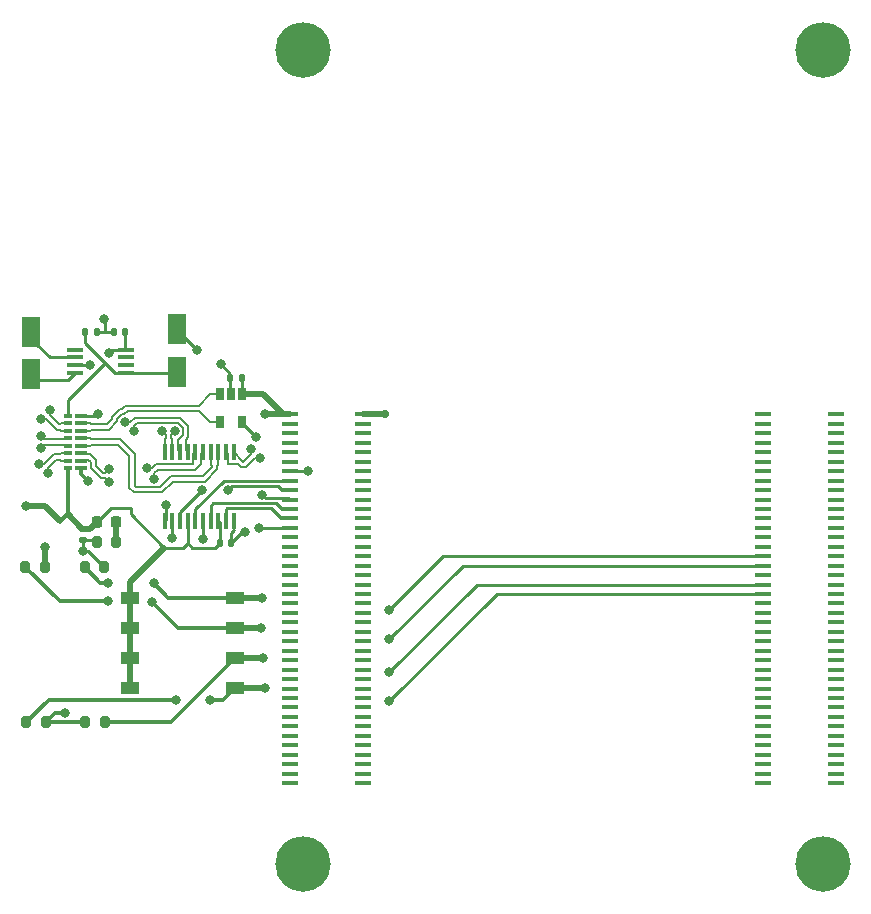
<source format=gbr>
%TF.GenerationSoftware,KiCad,Pcbnew,6.0.11-2627ca5db0~126~ubuntu22.04.1*%
%TF.CreationDate,2023-12-15T21:44:51-06:00*%
%TF.ProjectId,xem7310_carrier,78656d37-3331-4305-9f63-617272696572,rev?*%
%TF.SameCoordinates,Original*%
%TF.FileFunction,Copper,L1,Top*%
%TF.FilePolarity,Positive*%
%FSLAX46Y46*%
G04 Gerber Fmt 4.6, Leading zero omitted, Abs format (unit mm)*
G04 Created by KiCad (PCBNEW 6.0.11-2627ca5db0~126~ubuntu22.04.1) date 2023-12-15 21:44:51*
%MOMM*%
%LPD*%
G01*
G04 APERTURE LIST*
G04 Aperture macros list*
%AMRoundRect*
0 Rectangle with rounded corners*
0 $1 Rounding radius*
0 $2 $3 $4 $5 $6 $7 $8 $9 X,Y pos of 4 corners*
0 Add a 4 corners polygon primitive as box body*
4,1,4,$2,$3,$4,$5,$6,$7,$8,$9,$2,$3,0*
0 Add four circle primitives for the rounded corners*
1,1,$1+$1,$2,$3*
1,1,$1+$1,$4,$5*
1,1,$1+$1,$6,$7*
1,1,$1+$1,$8,$9*
0 Add four rect primitives between the rounded corners*
20,1,$1+$1,$2,$3,$4,$5,0*
20,1,$1+$1,$4,$5,$6,$7,0*
20,1,$1+$1,$6,$7,$8,$9,0*
20,1,$1+$1,$8,$9,$2,$3,0*%
G04 Aperture macros list end*
%TA.AperFunction,SMDPad,CuDef*%
%ADD10RoundRect,0.140000X0.140000X0.170000X-0.140000X0.170000X-0.140000X-0.170000X0.140000X-0.170000X0*%
%TD*%
%TA.AperFunction,SMDPad,CuDef*%
%ADD11R,1.422400X0.431800*%
%TD*%
%TA.AperFunction,SMDPad,CuDef*%
%ADD12R,0.650001X1.100000*%
%TD*%
%TA.AperFunction,ComponentPad*%
%ADD13C,4.700000*%
%TD*%
%TA.AperFunction,SMDPad,CuDef*%
%ADD14R,1.440000X0.457000*%
%TD*%
%TA.AperFunction,SMDPad,CuDef*%
%ADD15RoundRect,0.218750X-0.218750X-0.256250X0.218750X-0.256250X0.218750X0.256250X-0.218750X0.256250X0*%
%TD*%
%TA.AperFunction,SMDPad,CuDef*%
%ADD16RoundRect,0.140000X-0.140000X-0.170000X0.140000X-0.170000X0.140000X0.170000X-0.140000X0.170000X0*%
%TD*%
%TA.AperFunction,SMDPad,CuDef*%
%ADD17R,1.500000X1.100000*%
%TD*%
%TA.AperFunction,SMDPad,CuDef*%
%ADD18RoundRect,0.200000X-0.200000X-0.275000X0.200000X-0.275000X0.200000X0.275000X-0.200000X0.275000X0*%
%TD*%
%TA.AperFunction,SMDPad,CuDef*%
%ADD19RoundRect,0.200000X0.200000X0.275000X-0.200000X0.275000X-0.200000X-0.275000X0.200000X-0.275000X0*%
%TD*%
%TA.AperFunction,SMDPad,CuDef*%
%ADD20R,0.354800X1.461999*%
%TD*%
%TA.AperFunction,SMDPad,CuDef*%
%ADD21R,0.762000X0.381000*%
%TD*%
%TA.AperFunction,SMDPad,CuDef*%
%ADD22R,1.016000X0.381000*%
%TD*%
%TA.AperFunction,SMDPad,CuDef*%
%ADD23RoundRect,0.140000X0.170000X-0.140000X0.170000X0.140000X-0.170000X0.140000X-0.170000X-0.140000X0*%
%TD*%
%TA.AperFunction,SMDPad,CuDef*%
%ADD24RoundRect,0.250000X-0.550000X1.050000X-0.550000X-1.050000X0.550000X-1.050000X0.550000X1.050000X0*%
%TD*%
%TA.AperFunction,ViaPad*%
%ADD25C,0.800000*%
%TD*%
%TA.AperFunction,ViaPad*%
%ADD26C,0.700000*%
%TD*%
%TA.AperFunction,Conductor*%
%ADD27C,0.200000*%
%TD*%
%TA.AperFunction,Conductor*%
%ADD28C,0.250000*%
%TD*%
%TA.AperFunction,Conductor*%
%ADD29C,0.500000*%
%TD*%
%TA.AperFunction,Conductor*%
%ADD30C,0.300000*%
%TD*%
G04 APERTURE END LIST*
D10*
%TO.P,C5,1*%
%TO.N,GND*%
X128110000Y-115110000D03*
%TO.P,C5,2*%
%TO.N,+3.3V*%
X127150000Y-115110000D03*
%TD*%
D11*
%TO.P,U2,1,NC*%
%TO.N,unconnected-(U2-Pad1)*%
X114903299Y-98720002D03*
%TO.P,U2,2,CAP+*%
%TO.N,Net-(C3-Pad1)*%
X114903299Y-99370000D03*
%TO.P,U2,3,GND*%
%TO.N,GND*%
X114903299Y-100020002D03*
%TO.P,U2,4,CAP-*%
%TO.N,Net-(C3-Pad2)*%
X114903299Y-100670000D03*
%TO.P,U2,5,VOUT*%
%TO.N,-5V*%
X119246699Y-100670000D03*
%TO.P,U2,6,LV*%
%TO.N,unconnected-(U2-Pad6)*%
X119246699Y-100020002D03*
%TO.P,U2,7,OSC*%
%TO.N,unconnected-(U2-Pad7)*%
X119246699Y-99370000D03*
%TO.P,U2,8,VCC*%
%TO.N,+5V*%
X119246699Y-98720002D03*
%TD*%
D12*
%TO.P,U1,1,VCC*%
%TO.N,+3.3V*%
X129070000Y-102470000D03*
%TO.P,U1,2,GND*%
%TO.N,GND*%
X128119999Y-102470000D03*
%TO.P,U1,3,A*%
%TO.N,/MISO2+*%
X127170001Y-102470000D03*
%TO.P,U1,4,B*%
%TO.N,/MISO2-*%
X127170001Y-104870000D03*
%TO.P,U1,5,R*%
%TO.N,/MISO_A2*%
X129070000Y-104870000D03*
%TD*%
D13*
%TO.P,H2,1,1*%
%TO.N,unconnected-(H2-Pad1)*%
X134200000Y-142300000D03*
%TD*%
%TO.P,H4,1,1*%
%TO.N,unconnected-(H4-Pad1)*%
X178200000Y-142300000D03*
%TD*%
D14*
%TO.P,MC2,01,01*%
%TO.N,+5V*%
X139284000Y-104201700D03*
%TO.P,MC2,02,02*%
%TO.N,+3.3V*%
X133112000Y-104201700D03*
%TO.P,MC2,03,03*%
%TO.N,unconnected-(MC2-Pad03)*%
X139284000Y-105001700D03*
%TO.P,MC2,04,04*%
%TO.N,unconnected-(MC2-Pad04)*%
X133112000Y-105001700D03*
%TO.P,MC2,05,05*%
%TO.N,unconnected-(MC2-Pad05)*%
X139284000Y-105801700D03*
%TO.P,MC2,06,06*%
%TO.N,unconnected-(MC2-Pad06)*%
X133112000Y-105801700D03*
%TO.P,MC2,07,07*%
%TO.N,unconnected-(MC2-Pad07)*%
X139284000Y-106601700D03*
%TO.P,MC2,08,08*%
%TO.N,unconnected-(MC2-Pad08)*%
X133112000Y-106601700D03*
%TO.P,MC2,09,09*%
%TO.N,unconnected-(MC2-Pad09)*%
X139284000Y-107401700D03*
%TO.P,MC2,10,10*%
%TO.N,unconnected-(MC2-Pad10)*%
X133112000Y-107401700D03*
%TO.P,MC2,11,11*%
%TO.N,unconnected-(MC2-Pad11)*%
X139284000Y-108201700D03*
%TO.P,MC2,12,12*%
%TO.N,unconnected-(MC2-Pad12)*%
X133112000Y-108201700D03*
%TO.P,MC2,13,13*%
%TO.N,unconnected-(MC2-Pad13)*%
X139284000Y-109001700D03*
%TO.P,MC2,14,14*%
%TO.N,GND*%
X133112000Y-109001700D03*
%TO.P,MC2,15,15*%
%TO.N,unconnected-(MC2-Pad15)*%
X139284000Y-109801700D03*
%TO.P,MC2,16,16*%
%TO.N,/CS_A*%
X133112000Y-109801700D03*
%TO.P,MC2,17,17*%
%TO.N,unconnected-(MC2-Pad17)*%
X139284000Y-110601700D03*
%TO.P,MC2,18,18*%
%TO.N,/SCK_A*%
X133112000Y-110601700D03*
%TO.P,MC2,19,19*%
%TO.N,unconnected-(MC2-Pad19)*%
X139284000Y-111401700D03*
%TO.P,MC2,20,20*%
%TO.N,/MOSI_A1*%
X133112000Y-111401700D03*
%TO.P,MC2,21,21*%
%TO.N,unconnected-(MC2-Pad21)*%
X139284000Y-112201700D03*
%TO.P,MC2,22,22*%
%TO.N,/MOSI_A2*%
X133112000Y-112201700D03*
%TO.P,MC2,23,23*%
%TO.N,unconnected-(MC2-Pad23)*%
X139284000Y-113001700D03*
%TO.P,MC2,24,24*%
%TO.N,/MISO_A1*%
X133112000Y-113001700D03*
%TO.P,MC2,25,25*%
%TO.N,unconnected-(MC2-Pad25)*%
X139284000Y-113801700D03*
%TO.P,MC2,26,26*%
%TO.N,/MISO_A2*%
X133112000Y-113801700D03*
%TO.P,MC2,27,27*%
%TO.N,unconnected-(MC2-Pad27)*%
X139284000Y-114601700D03*
%TO.P,MC2,28,28*%
%TO.N,unconnected-(MC2-Pad28)*%
X133112000Y-114601700D03*
%TO.P,MC2,29,29*%
%TO.N,unconnected-(MC2-Pad29)*%
X139284000Y-115401700D03*
%TO.P,MC2,30,30*%
%TO.N,unconnected-(MC2-Pad30)*%
X133112000Y-115401700D03*
%TO.P,MC2,31,31*%
%TO.N,unconnected-(MC2-Pad31)*%
X139284000Y-116201700D03*
%TO.P,MC2,32,32*%
%TO.N,unconnected-(MC2-Pad32)*%
X133112000Y-116201700D03*
%TO.P,MC2,33,33*%
%TO.N,unconnected-(MC2-Pad33)*%
X139284000Y-117001700D03*
%TO.P,MC2,34,34*%
%TO.N,unconnected-(MC2-Pad34)*%
X133112000Y-117001700D03*
%TO.P,MC2,35,35*%
%TO.N,unconnected-(MC2-Pad35)*%
X139284000Y-117801700D03*
%TO.P,MC2,36,36*%
%TO.N,unconnected-(MC2-Pad36)*%
X133112000Y-117801700D03*
%TO.P,MC2,37,37*%
%TO.N,unconnected-(MC2-Pad37)*%
X139284000Y-118601700D03*
%TO.P,MC2,38,38*%
%TO.N,unconnected-(MC2-Pad38)*%
X133112000Y-118601700D03*
%TO.P,MC2,39,39*%
%TO.N,unconnected-(MC2-Pad39)*%
X139284000Y-119401700D03*
%TO.P,MC2,40,40*%
%TO.N,unconnected-(MC2-Pad40)*%
X133112000Y-119401700D03*
%TO.P,MC2,41,41*%
%TO.N,unconnected-(MC2-Pad41)*%
X139284000Y-120201700D03*
%TO.P,MC2,42,42*%
%TO.N,unconnected-(MC2-Pad42)*%
X133112000Y-120201700D03*
%TO.P,MC2,43,43*%
%TO.N,unconnected-(MC2-Pad43)*%
X139284000Y-121001700D03*
%TO.P,MC2,44,44*%
%TO.N,unconnected-(MC2-Pad44)*%
X133112000Y-121001700D03*
%TO.P,MC2,45,45*%
%TO.N,unconnected-(MC2-Pad45)*%
X139284000Y-121801700D03*
%TO.P,MC2,46,46*%
%TO.N,unconnected-(MC2-Pad46)*%
X133112000Y-121801700D03*
%TO.P,MC2,47,47*%
%TO.N,unconnected-(MC2-Pad47)*%
X139284000Y-122601700D03*
%TO.P,MC2,48,48*%
%TO.N,unconnected-(MC2-Pad48)*%
X133112000Y-122601700D03*
%TO.P,MC2,49,49*%
%TO.N,unconnected-(MC2-Pad49)*%
X139284000Y-123401700D03*
%TO.P,MC2,50,50*%
%TO.N,unconnected-(MC2-Pad50)*%
X133112000Y-123401700D03*
%TO.P,MC2,51,51*%
%TO.N,unconnected-(MC2-Pad51)*%
X139284000Y-124201700D03*
%TO.P,MC2,52,52*%
%TO.N,unconnected-(MC2-Pad52)*%
X133112000Y-124201700D03*
%TO.P,MC2,53,53*%
%TO.N,unconnected-(MC2-Pad53)*%
X139284000Y-125001700D03*
%TO.P,MC2,54,54*%
%TO.N,unconnected-(MC2-Pad54)*%
X133112000Y-125001700D03*
%TO.P,MC2,55,55*%
%TO.N,unconnected-(MC2-Pad55)*%
X139284000Y-125801700D03*
%TO.P,MC2,56,56*%
%TO.N,unconnected-(MC2-Pad56)*%
X133112000Y-125801700D03*
%TO.P,MC2,57,57*%
%TO.N,unconnected-(MC2-Pad57)*%
X139284000Y-126601700D03*
%TO.P,MC2,58,58*%
%TO.N,unconnected-(MC2-Pad58)*%
X133112000Y-126601700D03*
%TO.P,MC2,59,59*%
%TO.N,unconnected-(MC2-Pad59)*%
X139284000Y-127401700D03*
%TO.P,MC2,60,60*%
%TO.N,unconnected-(MC2-Pad60)*%
X133112000Y-127401700D03*
%TO.P,MC2,61,61*%
%TO.N,unconnected-(MC2-Pad61)*%
X139284000Y-128201700D03*
%TO.P,MC2,62,62*%
%TO.N,unconnected-(MC2-Pad62)*%
X133112000Y-128201700D03*
%TO.P,MC2,63,63*%
%TO.N,unconnected-(MC2-Pad63)*%
X139284000Y-129001700D03*
%TO.P,MC2,64,64*%
%TO.N,unconnected-(MC2-Pad64)*%
X133112000Y-129001700D03*
%TO.P,MC2,65,65*%
%TO.N,unconnected-(MC2-Pad65)*%
X139284000Y-129801700D03*
%TO.P,MC2,66,66*%
%TO.N,unconnected-(MC2-Pad66)*%
X133112000Y-129801700D03*
%TO.P,MC2,67,67*%
%TO.N,unconnected-(MC2-Pad67)*%
X139284000Y-130601700D03*
%TO.P,MC2,68,68*%
%TO.N,unconnected-(MC2-Pad68)*%
X133112000Y-130601700D03*
%TO.P,MC2,69,69*%
%TO.N,unconnected-(MC2-Pad69)*%
X139284000Y-131401700D03*
%TO.P,MC2,70,70*%
%TO.N,unconnected-(MC2-Pad70)*%
X133112000Y-131401700D03*
%TO.P,MC2,71,71*%
%TO.N,unconnected-(MC2-Pad71)*%
X139284000Y-132201700D03*
%TO.P,MC2,72,72*%
%TO.N,unconnected-(MC2-Pad72)*%
X133112000Y-132201700D03*
%TO.P,MC2,73,73*%
%TO.N,unconnected-(MC2-Pad73)*%
X139284000Y-133001700D03*
%TO.P,MC2,74,74*%
%TO.N,unconnected-(MC2-Pad74)*%
X133112000Y-133001700D03*
%TO.P,MC2,75,75*%
%TO.N,unconnected-(MC2-Pad75)*%
X139284000Y-133801700D03*
%TO.P,MC2,76,76*%
%TO.N,unconnected-(MC2-Pad76)*%
X133112000Y-133801700D03*
%TO.P,MC2,77,77*%
%TO.N,unconnected-(MC2-Pad77)*%
X139284000Y-134601700D03*
%TO.P,MC2,78,78*%
%TO.N,unconnected-(MC2-Pad78)*%
X133112000Y-134601700D03*
%TO.P,MC2,79,79*%
%TO.N,unconnected-(MC2-Pad79)*%
X139284000Y-135401700D03*
%TO.P,MC2,80,80*%
%TO.N,unconnected-(MC2-Pad80)*%
X133112000Y-135401700D03*
%TD*%
%TO.P,MC1,01,01*%
%TO.N,unconnected-(MC1-Pad01)*%
X179284000Y-104201700D03*
%TO.P,MC1,02,02*%
%TO.N,unconnected-(MC1-Pad02)*%
X173112000Y-104201700D03*
%TO.P,MC1,03,03*%
%TO.N,unconnected-(MC1-Pad03)*%
X179284000Y-105001700D03*
%TO.P,MC1,04,04*%
%TO.N,unconnected-(MC1-Pad04)*%
X173112000Y-105001700D03*
%TO.P,MC1,05,05*%
%TO.N,unconnected-(MC1-Pad05)*%
X179284000Y-105801700D03*
%TO.P,MC1,06,06*%
%TO.N,unconnected-(MC1-Pad06)*%
X173112000Y-105801700D03*
%TO.P,MC1,07,07*%
%TO.N,unconnected-(MC1-Pad07)*%
X179284000Y-106601700D03*
%TO.P,MC1,08,08*%
%TO.N,unconnected-(MC1-Pad08)*%
X173112000Y-106601700D03*
%TO.P,MC1,09,09*%
%TO.N,unconnected-(MC1-Pad09)*%
X179284000Y-107401700D03*
%TO.P,MC1,10,10*%
%TO.N,unconnected-(MC1-Pad10)*%
X173112000Y-107401700D03*
%TO.P,MC1,11,11*%
%TO.N,unconnected-(MC1-Pad11)*%
X179284000Y-108201700D03*
%TO.P,MC1,12,12*%
%TO.N,unconnected-(MC1-Pad12)*%
X173112000Y-108201700D03*
%TO.P,MC1,13,13*%
%TO.N,unconnected-(MC1-Pad13)*%
X179284000Y-109001700D03*
%TO.P,MC1,14,14*%
%TO.N,unconnected-(MC1-Pad14)*%
X173112000Y-109001700D03*
%TO.P,MC1,15,15*%
%TO.N,unconnected-(MC1-Pad15)*%
X179284000Y-109801700D03*
%TO.P,MC1,16,16*%
%TO.N,unconnected-(MC1-Pad16)*%
X173112000Y-109801700D03*
%TO.P,MC1,17,17*%
%TO.N,unconnected-(MC1-Pad17)*%
X179284000Y-110601700D03*
%TO.P,MC1,18,18*%
%TO.N,unconnected-(MC1-Pad18)*%
X173112000Y-110601700D03*
%TO.P,MC1,19,19*%
%TO.N,unconnected-(MC1-Pad19)*%
X179284000Y-111401700D03*
%TO.P,MC1,20,20*%
%TO.N,unconnected-(MC1-Pad20)*%
X173112000Y-111401700D03*
%TO.P,MC1,21,21*%
%TO.N,unconnected-(MC1-Pad21)*%
X179284000Y-112201700D03*
%TO.P,MC1,22,22*%
%TO.N,unconnected-(MC1-Pad22)*%
X173112000Y-112201700D03*
%TO.P,MC1,23,23*%
%TO.N,unconnected-(MC1-Pad23)*%
X179284000Y-113001700D03*
%TO.P,MC1,24,24*%
%TO.N,unconnected-(MC1-Pad24)*%
X173112000Y-113001700D03*
%TO.P,MC1,25,25*%
%TO.N,unconnected-(MC1-Pad25)*%
X179284000Y-113801700D03*
%TO.P,MC1,26,26*%
%TO.N,unconnected-(MC1-Pad26)*%
X173112000Y-113801700D03*
%TO.P,MC1,27,27*%
%TO.N,unconnected-(MC1-Pad27)*%
X179284000Y-114601700D03*
%TO.P,MC1,28,28*%
%TO.N,unconnected-(MC1-Pad28)*%
X173112000Y-114601700D03*
%TO.P,MC1,29,29*%
%TO.N,unconnected-(MC1-Pad29)*%
X179284000Y-115401700D03*
%TO.P,MC1,30,30*%
%TO.N,unconnected-(MC1-Pad30)*%
X173112000Y-115401700D03*
%TO.P,MC1,31,31*%
%TO.N,unconnected-(MC1-Pad31)*%
X179284000Y-116201700D03*
%TO.P,MC1,32,32*%
%TO.N,Net-(MC1-Pad32)*%
X173112000Y-116201700D03*
%TO.P,MC1,33,33*%
%TO.N,unconnected-(MC1-Pad33)*%
X179284000Y-117001700D03*
%TO.P,MC1,34,34*%
%TO.N,Net-(MC1-Pad34)*%
X173112000Y-117001700D03*
%TO.P,MC1,35,35*%
%TO.N,unconnected-(MC1-Pad35)*%
X179284000Y-117801700D03*
%TO.P,MC1,36,36*%
%TO.N,unconnected-(MC1-Pad36)*%
X173112000Y-117801700D03*
%TO.P,MC1,37,37*%
%TO.N,unconnected-(MC1-Pad37)*%
X179284000Y-118601700D03*
%TO.P,MC1,38,38*%
%TO.N,Net-(MC1-Pad38)*%
X173112000Y-118601700D03*
%TO.P,MC1,39,39*%
%TO.N,unconnected-(MC1-Pad39)*%
X179284000Y-119401700D03*
%TO.P,MC1,40,40*%
%TO.N,Net-(MC1-Pad40)*%
X173112000Y-119401700D03*
%TO.P,MC1,41,41*%
%TO.N,unconnected-(MC1-Pad41)*%
X179284000Y-120201700D03*
%TO.P,MC1,42,42*%
%TO.N,unconnected-(MC1-Pad42)*%
X173112000Y-120201700D03*
%TO.P,MC1,43,43*%
%TO.N,unconnected-(MC1-Pad43)*%
X179284000Y-121001700D03*
%TO.P,MC1,44,44*%
%TO.N,unconnected-(MC1-Pad44)*%
X173112000Y-121001700D03*
%TO.P,MC1,45,45*%
%TO.N,unconnected-(MC1-Pad45)*%
X179284000Y-121801700D03*
%TO.P,MC1,46,46*%
%TO.N,unconnected-(MC1-Pad46)*%
X173112000Y-121801700D03*
%TO.P,MC1,47,47*%
%TO.N,unconnected-(MC1-Pad47)*%
X179284000Y-122601700D03*
%TO.P,MC1,48,48*%
%TO.N,unconnected-(MC1-Pad48)*%
X173112000Y-122601700D03*
%TO.P,MC1,49,49*%
%TO.N,unconnected-(MC1-Pad49)*%
X179284000Y-123401700D03*
%TO.P,MC1,50,50*%
%TO.N,unconnected-(MC1-Pad50)*%
X173112000Y-123401700D03*
%TO.P,MC1,51,51*%
%TO.N,unconnected-(MC1-Pad51)*%
X179284000Y-124201700D03*
%TO.P,MC1,52,52*%
%TO.N,unconnected-(MC1-Pad52)*%
X173112000Y-124201700D03*
%TO.P,MC1,53,53*%
%TO.N,unconnected-(MC1-Pad53)*%
X179284000Y-125001700D03*
%TO.P,MC1,54,54*%
%TO.N,unconnected-(MC1-Pad54)*%
X173112000Y-125001700D03*
%TO.P,MC1,55,55*%
%TO.N,unconnected-(MC1-Pad55)*%
X179284000Y-125801700D03*
%TO.P,MC1,56,56*%
%TO.N,unconnected-(MC1-Pad56)*%
X173112000Y-125801700D03*
%TO.P,MC1,57,57*%
%TO.N,unconnected-(MC1-Pad57)*%
X179284000Y-126601700D03*
%TO.P,MC1,58,58*%
%TO.N,unconnected-(MC1-Pad58)*%
X173112000Y-126601700D03*
%TO.P,MC1,59,59*%
%TO.N,unconnected-(MC1-Pad59)*%
X179284000Y-127401700D03*
%TO.P,MC1,60,60*%
%TO.N,unconnected-(MC1-Pad60)*%
X173112000Y-127401700D03*
%TO.P,MC1,61,61*%
%TO.N,unconnected-(MC1-Pad61)*%
X179284000Y-128201700D03*
%TO.P,MC1,62,62*%
%TO.N,unconnected-(MC1-Pad62)*%
X173112000Y-128201700D03*
%TO.P,MC1,63,63*%
%TO.N,unconnected-(MC1-Pad63)*%
X179284000Y-129001700D03*
%TO.P,MC1,64,64*%
%TO.N,unconnected-(MC1-Pad64)*%
X173112000Y-129001700D03*
%TO.P,MC1,65,65*%
%TO.N,unconnected-(MC1-Pad65)*%
X179284000Y-129801700D03*
%TO.P,MC1,66,66*%
%TO.N,unconnected-(MC1-Pad66)*%
X173112000Y-129801700D03*
%TO.P,MC1,67,67*%
%TO.N,unconnected-(MC1-Pad67)*%
X179284000Y-130601700D03*
%TO.P,MC1,68,68*%
%TO.N,unconnected-(MC1-Pad68)*%
X173112000Y-130601700D03*
%TO.P,MC1,69,69*%
%TO.N,unconnected-(MC1-Pad69)*%
X179284000Y-131401700D03*
%TO.P,MC1,70,70*%
%TO.N,unconnected-(MC1-Pad70)*%
X173112000Y-131401700D03*
%TO.P,MC1,71,71*%
%TO.N,unconnected-(MC1-Pad71)*%
X179284000Y-132201700D03*
%TO.P,MC1,72,72*%
%TO.N,unconnected-(MC1-Pad72)*%
X173112000Y-132201700D03*
%TO.P,MC1,73,73*%
%TO.N,unconnected-(MC1-Pad73)*%
X179284000Y-133001700D03*
%TO.P,MC1,74,74*%
%TO.N,unconnected-(MC1-Pad74)*%
X173112000Y-133001700D03*
%TO.P,MC1,75,75*%
%TO.N,unconnected-(MC1-Pad75)*%
X179284000Y-133801700D03*
%TO.P,MC1,76,76*%
%TO.N,unconnected-(MC1-Pad76)*%
X173112000Y-133801700D03*
%TO.P,MC1,77,77*%
%TO.N,unconnected-(MC1-Pad77)*%
X179284000Y-134601700D03*
%TO.P,MC1,78,78*%
%TO.N,unconnected-(MC1-Pad78)*%
X173112000Y-134601700D03*
%TO.P,MC1,79,79*%
%TO.N,unconnected-(MC1-Pad79)*%
X179284000Y-135401700D03*
%TO.P,MC1,80,80*%
%TO.N,unconnected-(MC1-Pad80)*%
X173112000Y-135401700D03*
%TD*%
D13*
%TO.P,H1,1,1*%
%TO.N,unconnected-(H1-Pad1)*%
X134200000Y-73300000D03*
%TD*%
D15*
%TO.P,D1,1,K*%
%TO.N,+3.3V*%
X116790000Y-113270000D03*
%TO.P,D1,2,A*%
%TO.N,Net-(D1-Pad2)*%
X118365000Y-113270000D03*
%TD*%
D16*
%TO.P,C7,1*%
%TO.N,GND*%
X118174999Y-97195001D03*
%TO.P,C7,2*%
%TO.N,+5V*%
X119134999Y-97195001D03*
%TD*%
D17*
%TO.P,S2,1A*%
%TO.N,Net-(MC1-Pad40)*%
X128450000Y-127360000D03*
%TO.P,S2,1B*%
%TO.N,+3.3V*%
X119550000Y-127360000D03*
%TO.P,S2,2A*%
%TO.N,Net-(MC1-Pad38)*%
X128450000Y-124820000D03*
%TO.P,S2,2B*%
%TO.N,+3.3V*%
X119550000Y-124820000D03*
%TO.P,S2,3A*%
%TO.N,Net-(MC1-Pad34)*%
X128450000Y-122280000D03*
%TO.P,S2,3B*%
%TO.N,+3.3V*%
X119550000Y-122280000D03*
%TO.P,S2,4A*%
%TO.N,Net-(MC1-Pad32)*%
X128450000Y-119740000D03*
%TO.P,S2,4B*%
%TO.N,+3.3V*%
X119550000Y-119740000D03*
%TD*%
D18*
%TO.P,R2,1*%
%TO.N,Net-(MC1-Pad32)*%
X115700000Y-117100000D03*
%TO.P,R2,2*%
%TO.N,GND*%
X117350000Y-117100000D03*
%TD*%
D19*
%TO.P,R1,1*%
%TO.N,Net-(D1-Pad2)*%
X118390000Y-114970000D03*
%TO.P,R1,2*%
%TO.N,GND*%
X116740000Y-114970000D03*
%TD*%
D10*
%TO.P,C4,1*%
%TO.N,+3.3V*%
X128999999Y-101070000D03*
%TO.P,C4,2*%
%TO.N,GND*%
X128039999Y-101070000D03*
%TD*%
D20*
%TO.P,U3,1,1D*%
%TO.N,/MOSI_A1*%
X122475000Y-113221000D03*
%TO.P,U3,2,GND*%
%TO.N,GND*%
X123125001Y-113221000D03*
%TO.P,U3,3,2D*%
%TO.N,/SCK_A*%
X123774999Y-113221000D03*
%TO.P,U3,4,VCC*%
%TO.N,+3.3V*%
X124425001Y-113221000D03*
%TO.P,U3,5,3D*%
%TO.N,/CS_A*%
X125074999Y-113221000D03*
%TO.P,U3,6,GND*%
%TO.N,GND*%
X125724998Y-113221000D03*
%TO.P,U3,7,4D*%
%TO.N,/MOSI_A2*%
X126374999Y-113221000D03*
%TO.P,U3,8,VCC*%
%TO.N,+3.3V*%
X127024998Y-113221000D03*
%TO.P,U3,9,5R*%
%TO.N,/MISO_A1*%
X127674999Y-113221000D03*
%TO.P,U3,10,GND*%
%TO.N,GND*%
X128324998Y-113221000D03*
%TO.P,U3,11,5B*%
%TO.N,/MISO1-*%
X128325000Y-107379000D03*
%TO.P,U3,12,5A*%
%TO.N,/MISO1+*%
X127675002Y-107379000D03*
%TO.P,U3,13,4Z*%
%TO.N,/MOSI2-*%
X127025001Y-107379000D03*
%TO.P,U3,14,4Y*%
%TO.N,/MOSI2+*%
X126375002Y-107379000D03*
%TO.P,U3,15,3Z*%
%TO.N,/CS-*%
X125725001Y-107379000D03*
%TO.P,U3,16,3Y*%
%TO.N,/CS+*%
X125075002Y-107379000D03*
%TO.P,U3,17,2Z*%
%TO.N,/SCLK-*%
X124425001Y-107379000D03*
%TO.P,U3,18,2Y*%
%TO.N,/SCLK+*%
X123775002Y-107379000D03*
%TO.P,U3,19,1Z*%
%TO.N,/MOSI1-*%
X123125001Y-107379000D03*
%TO.P,U3,20,1Y*%
%TO.N,/MOSI1+*%
X122475002Y-107379000D03*
%TD*%
D18*
%TO.P,R5,1*%
%TO.N,Net-(MC1-Pad40)*%
X110750000Y-130250000D03*
%TO.P,R5,2*%
%TO.N,GND*%
X112400000Y-130250000D03*
%TD*%
D21*
%TO.P,S1,B1,VSTIM-*%
%TO.N,-5V*%
X114258150Y-104307500D03*
%TO.P,S1,B2,SCLK-*%
%TO.N,/SCLK-*%
X114258150Y-104942500D03*
%TO.P,S1,B3,SCLK+*%
%TO.N,/SCLK+*%
X114258150Y-105577500D03*
%TO.P,S1,B4,MOSI1-*%
%TO.N,/MOSI1-*%
X114258150Y-106212500D03*
%TO.P,S1,B5,MOSI1+*%
%TO.N,/MOSI1+*%
X114258150Y-106847500D03*
%TO.P,S1,B6,MISO1-*%
%TO.N,/MISO1-*%
X114258150Y-107482500D03*
%TO.P,S1,B7,MISO1+*%
%TO.N,/MISO1+*%
X114258150Y-108117500D03*
%TO.P,S1,B8,VDD*%
%TO.N,+3.3V*%
X114258150Y-108752500D03*
D22*
%TO.P,S1,T1,VSTIM+*%
%TO.N,+5V*%
X115401150Y-104307500D03*
%TO.P,S1,T2,MISO2+*%
%TO.N,/MISO2+*%
X115401150Y-104942500D03*
%TO.P,S1,T3,MISO2-*%
%TO.N,/MISO2-*%
X115401150Y-105577500D03*
%TO.P,S1,T4,MOSI2+*%
%TO.N,/MOSI2+*%
X115401150Y-106212500D03*
%TO.P,S1,T5,MOSI2-*%
%TO.N,/MOSI2-*%
X115401150Y-106847500D03*
%TO.P,S1,T6,~{CS~{+}*%
%TO.N,/CS+*%
X115401150Y-107482500D03*
%TO.P,S1,T7,~{CS~{-}*%
%TO.N,/CS-*%
X115401150Y-108117500D03*
%TO.P,S1,T8,GND*%
%TO.N,GND*%
X115401150Y-108752500D03*
%TD*%
D10*
%TO.P,C6,1*%
%TO.N,GND*%
X116734999Y-97195001D03*
%TO.P,C6,2*%
%TO.N,-5V*%
X115774999Y-97195001D03*
%TD*%
D19*
%TO.P,R4,1*%
%TO.N,Net-(MC1-Pad38)*%
X117400000Y-130250000D03*
%TO.P,R4,2*%
%TO.N,GND*%
X115750000Y-130250000D03*
%TD*%
D23*
%TO.P,C2,1*%
%TO.N,GND*%
X115565000Y-114850000D03*
%TO.P,C2,2*%
%TO.N,+3.3V*%
X115565000Y-113890000D03*
%TD*%
D13*
%TO.P,H3,1,1*%
%TO.N,unconnected-(H3-Pad1)*%
X178200000Y-73300000D03*
%TD*%
D24*
%TO.P,C3,1*%
%TO.N,Net-(C3-Pad1)*%
X111150000Y-97200000D03*
%TO.P,C3,2*%
%TO.N,Net-(C3-Pad2)*%
X111150000Y-100800000D03*
%TD*%
D18*
%TO.P,R3,1*%
%TO.N,Net-(MC1-Pad34)*%
X110700000Y-117100000D03*
%TO.P,R3,2*%
%TO.N,GND*%
X112350000Y-117100000D03*
%TD*%
D24*
%TO.P,C1,1*%
%TO.N,GND*%
X123550000Y-97000000D03*
%TO.P,C1,2*%
%TO.N,-5V*%
X123550000Y-100600000D03*
%TD*%
D25*
%TO.N,+5V*%
X116800000Y-104200000D03*
%TO.N,GND*%
X125200000Y-98700000D03*
X114050000Y-129450000D03*
X134600000Y-109000000D03*
X112350000Y-115400000D03*
X117374999Y-96095001D03*
X129310000Y-114190000D03*
X123135001Y-114675001D03*
X127250000Y-99950000D03*
X116000000Y-109800000D03*
X116174999Y-99995001D03*
X125724998Y-114704998D03*
X115565000Y-115770000D03*
%TO.N,+3.3V*%
X131000000Y-104200000D03*
X110750000Y-111950000D03*
D26*
%TO.N,+5V*%
X141098300Y-104201700D03*
D25*
X117750000Y-99000000D03*
%TO.N,Net-(MC1-Pad32)*%
X117700000Y-118450000D03*
X130700000Y-119700000D03*
X121550000Y-118500000D03*
X141500000Y-120750000D03*
%TO.N,Net-(MC1-Pad34)*%
X117700000Y-120000000D03*
X121400000Y-120050000D03*
X130650000Y-122300000D03*
X141500000Y-123250000D03*
%TO.N,Net-(MC1-Pad38)*%
X141500000Y-126000000D03*
X130800000Y-124850000D03*
%TO.N,Net-(MC1-Pad40)*%
X141500000Y-128500000D03*
X123450000Y-128350000D03*
X130950000Y-127350000D03*
X126300000Y-128350000D03*
%TO.N,/SCK_A*%
X125610000Y-110630000D03*
X127830000Y-110620000D03*
%TO.N,/MOSI_A1*%
X122590000Y-111830000D03*
X130760000Y-110985500D03*
%TO.N,/MISO_A2*%
X130220000Y-106110000D03*
X130450000Y-113800000D03*
%TO.N,/MOSI1-*%
X123325001Y-105627266D03*
X112010000Y-106005000D03*
%TO.N,/SCLK+*%
X119901232Y-105601232D03*
X112018768Y-104571232D03*
%TO.N,/MOSI1+*%
X112010000Y-107055000D03*
X122275001Y-105627266D03*
%TO.N,/SCLK-*%
X119158768Y-104858768D03*
X112761232Y-103828768D03*
%TO.N,/MISO1-*%
X111848768Y-108378768D03*
X129778640Y-107150010D03*
%TO.N,/CS+*%
X117774724Y-108848735D03*
X121008768Y-108698768D03*
%TO.N,/MISO1+*%
X130521104Y-107892474D03*
X112591232Y-109121232D03*
%TO.N,/CS-*%
X121600000Y-109655500D03*
X117774724Y-109898735D03*
%TD*%
D27*
%TO.N,/CS-*%
X121600000Y-109655500D02*
X121600000Y-109168199D01*
X121600000Y-109168199D02*
X121908698Y-108859501D01*
X121908698Y-108859501D02*
X123760734Y-108859501D01*
X123760734Y-108859501D02*
X123761213Y-108859980D01*
X123761213Y-108859980D02*
X125088789Y-108859980D01*
X125088789Y-108859980D02*
X125552402Y-108396367D01*
X125552402Y-108396367D02*
X125552402Y-107551599D01*
X125552402Y-107551599D02*
X125725001Y-107379000D01*
D28*
%TO.N,+5V*%
X116692500Y-104307500D02*
X116800000Y-104200000D01*
X115401150Y-104307500D02*
X116692500Y-104307500D01*
D29*
%TO.N,GND*%
X112350000Y-117100000D02*
X112350000Y-115400000D01*
D30*
X112400000Y-130250000D02*
X113200000Y-129450000D01*
D28*
X128039999Y-101070000D02*
X128039999Y-100739999D01*
X117350000Y-117100000D02*
X116020000Y-115770000D01*
X128100000Y-114230000D02*
X128370000Y-113960000D01*
X129030000Y-114190000D02*
X129310000Y-114190000D01*
D30*
X115401150Y-109201150D02*
X115401150Y-108752500D01*
D28*
X128110000Y-115110000D02*
X129030000Y-114190000D01*
X117474999Y-97195001D02*
X116854999Y-97195001D01*
X128039999Y-102390000D02*
X128119999Y-102470000D01*
D30*
X113200000Y-129450000D02*
X114050000Y-129450000D01*
X116000000Y-109800000D02*
X115401150Y-109201150D01*
D28*
X115565000Y-114850000D02*
X115565000Y-115770000D01*
X128039999Y-101070000D02*
X128039999Y-102390000D01*
X117474999Y-96195001D02*
X117374999Y-96095001D01*
X123125001Y-114665001D02*
X123135001Y-114675001D01*
X117474999Y-97195001D02*
X117474999Y-96195001D01*
X116020000Y-115770000D02*
X115565000Y-115770000D01*
X114903299Y-100020002D02*
X116149998Y-100020002D01*
X123125001Y-113221000D02*
X123125001Y-114665001D01*
X128100000Y-115250000D02*
X128100000Y-114230000D01*
X134598300Y-109001700D02*
X134600000Y-109000000D01*
X115565000Y-114850000D02*
X116620000Y-114850000D01*
X116620000Y-114850000D02*
X116740000Y-114970000D01*
D30*
X112400000Y-130250000D02*
X115750000Y-130250000D01*
D28*
X118114999Y-97195001D02*
X117474999Y-97195001D01*
X123550000Y-97000000D02*
X123550000Y-97050000D01*
X116149998Y-100020002D02*
X116174999Y-99995001D01*
X133112000Y-109001700D02*
X134598300Y-109001700D01*
X123550000Y-97050000D02*
X125200000Y-98700000D01*
X125724998Y-113221000D02*
X125724998Y-114704998D01*
X128039999Y-100739999D02*
X127250000Y-99950000D01*
%TO.N,-5V*%
X115774999Y-97195001D02*
X115774999Y-98125402D01*
X117459799Y-99810201D02*
X118319597Y-100670000D01*
X122900000Y-100670000D02*
X122974999Y-100595001D01*
X114258150Y-103011850D02*
X117459799Y-99810201D01*
X118319597Y-100670000D02*
X119246699Y-100670000D01*
X115774999Y-98125402D02*
X117459799Y-99810201D01*
X119246699Y-100670000D02*
X122900000Y-100670000D01*
X114258150Y-104307500D02*
X114258150Y-103011850D01*
D30*
%TO.N,+3.3V*%
X114258150Y-112641850D02*
X114258150Y-108752500D01*
D28*
X119600000Y-112650000D02*
X119600000Y-112100000D01*
X128999999Y-101070000D02*
X128999999Y-102399999D01*
D29*
X119550000Y-118400000D02*
X122450000Y-115500000D01*
X115565000Y-113890000D02*
X116170000Y-113890000D01*
D28*
X119600000Y-112100000D02*
X117960000Y-112100000D01*
X124425001Y-115104999D02*
X124425001Y-113221000D01*
D29*
X110750000Y-111950000D02*
X112350000Y-111950000D01*
D28*
X127150000Y-115110000D02*
X126760000Y-115500000D01*
X124425001Y-115104999D02*
X124030000Y-115500000D01*
D29*
X119550000Y-119740000D02*
X119550000Y-118400000D01*
D28*
X126760000Y-115500000D02*
X124820002Y-115500000D01*
D30*
X113650000Y-113250000D02*
X114258150Y-112641850D01*
D29*
X133112000Y-104201700D02*
X132501700Y-104201700D01*
X131001700Y-104201700D02*
X131000000Y-104200000D01*
D28*
X128999999Y-102399999D02*
X129070000Y-102470000D01*
D29*
X119550000Y-127360000D02*
X119550000Y-119740000D01*
D28*
X122450000Y-115500000D02*
X119600000Y-112650000D01*
X117960000Y-112100000D02*
X116790000Y-113270000D01*
D29*
X130770000Y-102470000D02*
X129070000Y-102470000D01*
D28*
X124820002Y-115500000D02*
X124425001Y-115104999D01*
X124030000Y-115500000D02*
X122450000Y-115500000D01*
D29*
X132501700Y-104201700D02*
X130770000Y-102470000D01*
D28*
X127140000Y-113336002D02*
X127024998Y-113221000D01*
D29*
X116170000Y-113890000D02*
X116790000Y-113270000D01*
X115565000Y-113890000D02*
X115506300Y-113890000D01*
D28*
X127140000Y-115250000D02*
X127140000Y-113336002D01*
D29*
X115506300Y-113890000D02*
X114258150Y-112641850D01*
X133112000Y-104201700D02*
X131001700Y-104201700D01*
X112350000Y-111950000D02*
X113650000Y-113250000D01*
D28*
%TO.N,Net-(C3-Pad1)*%
X112749998Y-99370000D02*
X114903299Y-99370000D01*
X111674999Y-98295001D02*
X112749998Y-99370000D01*
%TO.N,Net-(C3-Pad2)*%
X111674999Y-101295001D02*
X114278298Y-101295001D01*
X114278298Y-101295001D02*
X114903299Y-100670000D01*
%TO.N,+5V*%
X118029998Y-98720002D02*
X117750000Y-99000000D01*
D29*
X139284000Y-104201700D02*
X141098300Y-104201700D01*
D28*
X119134999Y-97195001D02*
X119134999Y-98728302D01*
X119246699Y-98720002D02*
X118029998Y-98720002D01*
D29*
%TO.N,Net-(D1-Pad2)*%
X118390000Y-114970000D02*
X118390000Y-113295000D01*
X118390000Y-113295000D02*
X118365000Y-113270000D01*
D30*
%TO.N,Net-(MC1-Pad32)*%
X122790000Y-119740000D02*
X128450000Y-119740000D01*
D29*
X130660000Y-119740000D02*
X130700000Y-119700000D01*
D30*
X115700000Y-117100000D02*
X117050000Y-118450000D01*
D29*
X128450000Y-119740000D02*
X130660000Y-119740000D01*
D28*
X146048300Y-116201700D02*
X173112000Y-116201700D01*
D30*
X117050000Y-118450000D02*
X117700000Y-118450000D01*
D28*
X141500000Y-120750000D02*
X146048300Y-116201700D01*
D30*
X121550000Y-118500000D02*
X122790000Y-119740000D01*
D29*
%TO.N,Net-(MC1-Pad34)*%
X130630000Y-122280000D02*
X130650000Y-122300000D01*
D30*
X123630000Y-122280000D02*
X128450000Y-122280000D01*
X110700000Y-117100000D02*
X113600000Y-120000000D01*
D29*
X128450000Y-122280000D02*
X130630000Y-122280000D01*
D28*
X147750000Y-117000000D02*
X171750000Y-117000000D01*
X171750000Y-117000000D02*
X171751700Y-117001700D01*
X171751700Y-117001700D02*
X173112000Y-117001700D01*
D30*
X113600000Y-120000000D02*
X117700000Y-120000000D01*
D28*
X141500000Y-123250000D02*
X147750000Y-117000000D01*
D30*
X121400000Y-120050000D02*
X123630000Y-122280000D01*
D28*
%TO.N,Net-(MC1-Pad38)*%
X141500000Y-126000000D02*
X148898300Y-118601700D01*
D30*
X117400000Y-130250000D02*
X123020000Y-130250000D01*
D28*
X148898300Y-118601700D02*
X173112000Y-118601700D01*
D30*
X123020000Y-130250000D02*
X128450000Y-124820000D01*
D29*
X128450000Y-124820000D02*
X130770000Y-124820000D01*
X130770000Y-124820000D02*
X130800000Y-124850000D01*
%TO.N,Net-(MC1-Pad40)*%
X128450000Y-127360000D02*
X130940000Y-127360000D01*
D28*
X141500000Y-128500000D02*
X150598300Y-119401700D01*
X150598300Y-119401700D02*
X173112000Y-119401700D01*
D30*
X126300000Y-128350000D02*
X127460000Y-128350000D01*
X112650000Y-128350000D02*
X123450000Y-128350000D01*
X127460000Y-128350000D02*
X128450000Y-127360000D01*
X110750000Y-130250000D02*
X112650000Y-128350000D01*
D29*
X130940000Y-127360000D02*
X130950000Y-127350000D01*
D28*
%TO.N,/CS_A*%
X125074999Y-112240001D02*
X127513300Y-109801700D01*
X125074999Y-113221000D02*
X125074999Y-112240001D01*
X127513300Y-109801700D02*
X133112000Y-109801700D01*
%TO.N,/SCK_A*%
X123774999Y-113221000D02*
X123774999Y-112465001D01*
X128189500Y-110260500D02*
X132070500Y-110260500D01*
X123774999Y-112465001D02*
X125610000Y-110630000D01*
X127830000Y-110620000D02*
X128189500Y-110260500D01*
X132070500Y-110260500D02*
X132390000Y-110580000D01*
%TO.N,/MOSI_A1*%
X133112000Y-111401700D02*
X132970300Y-111260000D01*
X122590000Y-113106000D02*
X122475000Y-113221000D01*
X122590000Y-111830000D02*
X122590000Y-113106000D01*
X131034500Y-111260000D02*
X130760000Y-110985500D01*
X132970300Y-111260000D02*
X131034500Y-111260000D01*
%TO.N,/MOSI_A2*%
X131900000Y-111710000D02*
X132391700Y-112201700D01*
X132391700Y-112201700D02*
X133112000Y-112201700D01*
X126374999Y-113221000D02*
X126374999Y-111945001D01*
X126610000Y-111710000D02*
X131900000Y-111710000D01*
X126374999Y-111945001D02*
X126610000Y-111710000D01*
%TO.N,/MISO_A1*%
X127674999Y-112240001D02*
X127755000Y-112160000D01*
X127674999Y-113221000D02*
X127674999Y-112240001D01*
X127755000Y-112160000D02*
X131520000Y-112160000D01*
X131520000Y-112160000D02*
X132361700Y-113001700D01*
X132361700Y-113001700D02*
X133112000Y-113001700D01*
%TO.N,/MISO_A2*%
X130450000Y-113800000D02*
X130451700Y-113801700D01*
X129070000Y-104960000D02*
X130220000Y-106110000D01*
X130451700Y-113801700D02*
X133112000Y-113801700D01*
X129070000Y-104870000D02*
X129070000Y-104960000D01*
D27*
%TO.N,/MOSI1-*%
X123025001Y-106182501D02*
X123025002Y-105927265D01*
X123125001Y-106282501D02*
X123025001Y-106182501D01*
X112010000Y-106005000D02*
X112309999Y-106304999D01*
X123125001Y-107379000D02*
X123125001Y-106282501D01*
X112309999Y-106304999D02*
X114090000Y-106305000D01*
X123025002Y-105927265D02*
X123325001Y-105627266D01*
%TO.N,/SCLK+*%
X113686649Y-105577500D02*
X114258150Y-105577500D01*
X124025001Y-105337316D02*
X123612685Y-104925000D01*
X113594149Y-105485000D02*
X113686649Y-105577500D01*
X119901232Y-105176967D02*
X119901232Y-105601232D01*
X120153199Y-104925000D02*
X119901232Y-105176967D01*
X123612685Y-104925000D02*
X120153199Y-104925000D01*
X123775002Y-107379000D02*
X123775002Y-107365398D01*
X112443033Y-104571232D02*
X113356801Y-105485000D01*
X123775002Y-107365398D02*
X123602401Y-107192797D01*
X123602401Y-107192797D02*
X123602401Y-106339816D01*
X124025001Y-105917216D02*
X124025001Y-105337316D01*
X123602401Y-106339816D02*
X124025001Y-105917216D01*
X112018768Y-104571232D02*
X112443033Y-104571232D01*
X113356801Y-105485000D02*
X113594149Y-105485000D01*
%TO.N,/MOSI1+*%
X122475002Y-107379000D02*
X122475002Y-106282501D01*
X112309999Y-106755001D02*
X114090000Y-106755000D01*
X112010000Y-107055000D02*
X112309999Y-106755001D01*
X122575002Y-105927267D02*
X122275001Y-105627266D01*
X122475002Y-106282501D02*
X122575002Y-106182501D01*
X122575002Y-106182501D02*
X122575002Y-105927267D01*
%TO.N,/SCLK-*%
X119966801Y-104475000D02*
X119583033Y-104858768D01*
X124252402Y-106326184D02*
X124474982Y-106103604D01*
X113686649Y-104942500D02*
X114258150Y-104942500D01*
X124252402Y-107206401D02*
X124252402Y-106326184D01*
X112761232Y-104253033D02*
X113543199Y-105035000D01*
X124474982Y-105150927D02*
X123801339Y-104477285D01*
X124474982Y-106103604D02*
X124474982Y-105150927D01*
X113543199Y-105035000D02*
X113594149Y-105035000D01*
X119583033Y-104858768D02*
X119158768Y-104858768D01*
X124425001Y-107379000D02*
X124252402Y-107206401D01*
X121523286Y-104477285D02*
X121521001Y-104475000D01*
X112761232Y-103828768D02*
X112761232Y-104253033D01*
X113594149Y-105035000D02*
X113686649Y-104942500D01*
X123801339Y-104477285D02*
X121523286Y-104477285D01*
X121521001Y-104475000D02*
X119966801Y-104475000D01*
%TO.N,/MISO1-*%
X113076801Y-107575000D02*
X113594149Y-107575000D01*
X111848768Y-108378768D02*
X112273033Y-108378768D01*
X129778640Y-107574275D02*
X129778640Y-107150010D01*
X128325000Y-107392601D02*
X129127398Y-108194999D01*
X129127398Y-108194999D02*
X129157916Y-108194999D01*
X113594149Y-107575000D02*
X113686649Y-107482500D01*
X128325000Y-107379000D02*
X128325000Y-107392601D01*
X129157916Y-108194999D02*
X129778640Y-107574275D01*
X112273033Y-108378768D02*
X113076801Y-107575000D01*
X113686649Y-107482500D02*
X114258150Y-107482500D01*
%TO.N,/CS+*%
X125075002Y-107392602D02*
X124902401Y-107565203D01*
X121433033Y-108698768D02*
X121008768Y-108698768D01*
X116659131Y-108540931D02*
X117266934Y-109148734D01*
X117474725Y-109148734D02*
X117774724Y-108848735D01*
X116158518Y-107574999D02*
X116659131Y-108075612D01*
X125075002Y-107379000D02*
X125075002Y-107392602D01*
X123947601Y-108409999D02*
X123947601Y-108409501D01*
X124902401Y-108409999D02*
X123947601Y-108409999D01*
X121722300Y-108409501D02*
X121433033Y-108698768D01*
X123947601Y-108409501D02*
X121722300Y-108409501D01*
X116659131Y-108075612D02*
X116659131Y-108540931D01*
X124902401Y-107565203D02*
X124902401Y-108409999D01*
X115493649Y-107574999D02*
X116158518Y-107574999D01*
X117266934Y-109148734D02*
X117474725Y-109148734D01*
X115401150Y-107482500D02*
X115493649Y-107574999D01*
%TO.N,/MOSI2-*%
X119495000Y-110403200D02*
X119896800Y-110805000D01*
X119495000Y-107753200D02*
X119495000Y-110403200D01*
X122293200Y-110805000D02*
X123223200Y-109875000D01*
X127025001Y-108475499D02*
X127025001Y-107379000D01*
X116255651Y-106755000D02*
X118496800Y-106755000D01*
X118496800Y-106755000D02*
X119495000Y-107753200D01*
X119896800Y-110805000D02*
X122293200Y-110805000D01*
X125884339Y-109875000D02*
X126925001Y-108834338D01*
X126925001Y-108575499D02*
X127025001Y-108475499D01*
X116163151Y-106847500D02*
X116255651Y-106755000D01*
X115401150Y-106847500D02*
X116163151Y-106847500D01*
X126925001Y-108834338D02*
X126925001Y-108575499D01*
X123223200Y-109875000D02*
X125884339Y-109875000D01*
%TO.N,/MOSI2+*%
X116163151Y-106212500D02*
X116255651Y-106305000D01*
X120083200Y-110355000D02*
X122106800Y-110355000D01*
X119945000Y-110216800D02*
X120083200Y-110355000D01*
X118683200Y-106305000D02*
X119945000Y-107566800D01*
X116255651Y-106305000D02*
X118683200Y-106305000D01*
X126375002Y-108475499D02*
X126375002Y-107379000D01*
X122106800Y-110355000D02*
X123036800Y-109425000D01*
X119945000Y-107566800D02*
X119945000Y-110216800D01*
X126475002Y-108647937D02*
X126475002Y-108575499D01*
X126475002Y-108575499D02*
X126375002Y-108475499D01*
X123036800Y-109425000D02*
X125697939Y-109425000D01*
X115401150Y-106212500D02*
X116163151Y-106212500D01*
X125697939Y-109425000D02*
X126475002Y-108647937D01*
%TO.N,/MISO2-*%
X118458768Y-104568818D02*
X118458768Y-104779432D01*
X119343200Y-103895000D02*
X119079432Y-104158768D01*
X116255651Y-105485000D02*
X116163151Y-105577500D01*
X127170001Y-104870000D02*
X126345000Y-104870000D01*
X118868818Y-104158768D02*
X118458768Y-104568818D01*
X125370000Y-103895000D02*
X119343200Y-103895000D01*
X126345000Y-104870000D02*
X125370000Y-103895000D01*
X118458768Y-104779432D02*
X117753200Y-105485000D01*
X119079432Y-104158768D02*
X118868818Y-104158768D01*
X116163151Y-105577500D02*
X115401150Y-105577500D01*
X117753200Y-105485000D02*
X116255651Y-105485000D01*
%TO.N,/MISO2+*%
X116255651Y-105035000D02*
X116163151Y-104942500D01*
X118682429Y-103708787D02*
X118008787Y-104382430D01*
X119156800Y-103445000D02*
X118893013Y-103708787D01*
X117566800Y-105035000D02*
X116255651Y-105035000D01*
X126345000Y-102470000D02*
X125370000Y-103445000D01*
X125370000Y-103445000D02*
X119156800Y-103445000D01*
X116163151Y-104942500D02*
X115401150Y-104942500D01*
X127170001Y-102470000D02*
X126345000Y-102470000D01*
X118008787Y-104593013D02*
X117566800Y-105035000D01*
X118893013Y-103708787D02*
X118682429Y-103708787D01*
X118008787Y-104382430D02*
X118008787Y-104593013D01*
%TO.N,/MISO1+*%
X112591232Y-108696967D02*
X113263199Y-108025000D01*
X113686649Y-108117500D02*
X114258150Y-108117500D01*
X130096839Y-107892474D02*
X130521104Y-107892474D01*
X113594149Y-108025000D02*
X113686649Y-108117500D01*
X129344312Y-108645001D02*
X130096839Y-107892474D01*
X127847600Y-107551598D02*
X127847600Y-108409999D01*
X112591232Y-109121232D02*
X112591232Y-108696967D01*
X128941003Y-108645001D02*
X129344312Y-108645001D01*
X128706001Y-108409999D02*
X128941003Y-108645001D01*
X127675002Y-107379000D02*
X127847600Y-107551598D01*
X113263199Y-108025000D02*
X113594149Y-108025000D01*
X127847600Y-108409999D02*
X128706001Y-108409999D01*
%TO.N,/CS-*%
X115401150Y-108117500D02*
X115493649Y-108025001D01*
X116209150Y-108262000D02*
X116209150Y-108727350D01*
X117080536Y-109598736D02*
X117474725Y-109598736D01*
X117474725Y-109598736D02*
X117774724Y-109898735D01*
X115493649Y-108025001D02*
X115972151Y-108025001D01*
X115972151Y-108025001D02*
X116209150Y-108262000D01*
X116209150Y-108727350D02*
X117080536Y-109598736D01*
%TD*%
M02*

</source>
